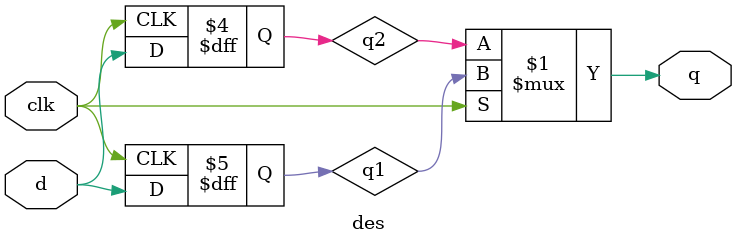
<source format=v>
`timescale 1ns / 1ps


module des (
    input clk,
    input d,
    output q
);
    reg q1, q2;
    assign q = clk?q1:q2;
    always @ (posedge clk)
    begin
    q1 <= d;
    end
    always @ (negedge clk)
    begin
    q2 <= d; 
    end

endmodule
</source>
